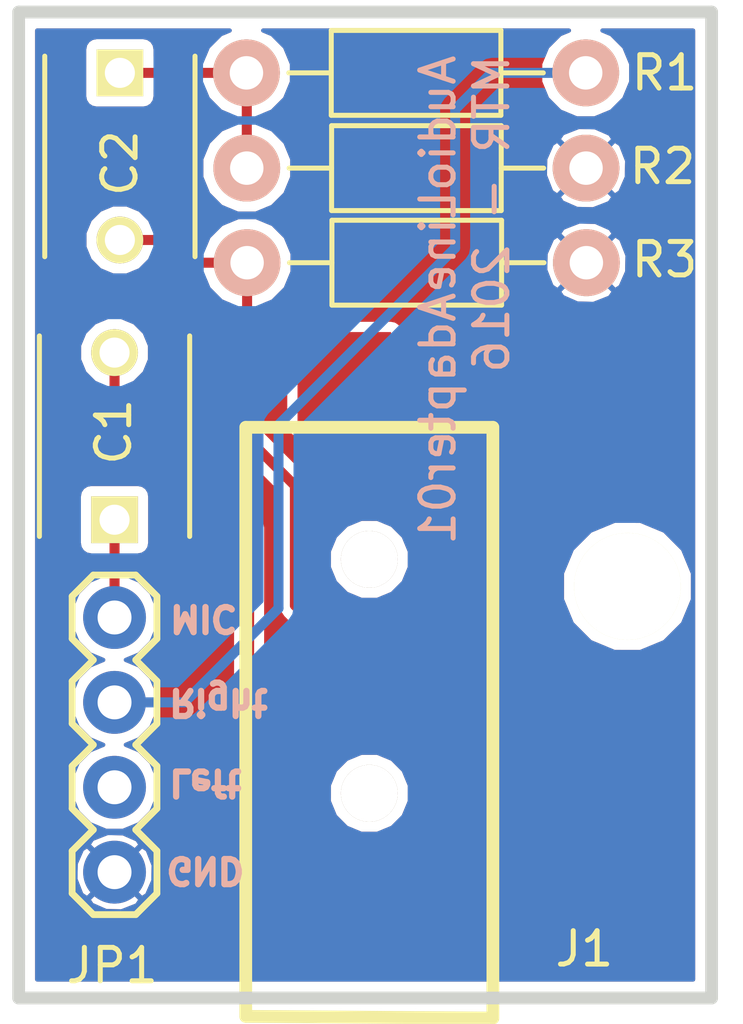
<source format=kicad_pcb>
(kicad_pcb (version 4) (host pcbnew 4.0.2-stable)

  (general
    (links 10)
    (no_connects 0)
    (area 90.795 112.765 115.047381 143.720501)
    (thickness 1.6002)
    (drawings 9)
    (tracks 29)
    (zones 0)
    (modules 8)
    (nets 7)
  )

  (page A4)
  (layers
    (0 Front signal)
    (31 Back signal)
    (32 B.Adhes user)
    (33 F.Adhes user)
    (34 B.Paste user)
    (35 F.Paste user)
    (36 B.SilkS user)
    (37 F.SilkS user)
    (38 B.Mask user)
    (39 F.Mask user)
    (40 Dwgs.User user)
    (41 Cmts.User user)
    (42 Eco1.User user)
    (43 Eco2.User user)
    (44 Edge.Cuts user)
  )

  (setup
    (last_trace_width 0.3)
    (user_trace_width 0.14986)
    (user_trace_width 0.17526)
    (user_trace_width 0.20066)
    (user_trace_width 0.22606)
    (user_trace_width 0.24892)
    (user_trace_width 0.39878)
    (user_trace_width 0.45)
    (user_trace_width 0.5)
    (trace_clearance 0.3)
    (zone_clearance 0.3)
    (zone_45_only yes)
    (trace_min 0.14986)
    (segment_width 0.381)
    (edge_width 0.381)
    (via_size 0.5588)
    (via_drill 0.254)
    (via_min_size 0.508)
    (via_min_drill 0.2032)
    (uvia_size 0.508)
    (uvia_drill 0.127)
    (uvias_allowed no)
    (uvia_min_size 0.508)
    (uvia_min_drill 0.127)
    (pcb_text_width 0.3048)
    (pcb_text_size 1.524 2.032)
    (mod_edge_width 0.15)
    (mod_text_size 0.5 0.5)
    (mod_text_width 0.125)
    (pad_size 3.2 3.2)
    (pad_drill 3.2)
    (pad_to_mask_clearance 0.125)
    (aux_axis_origin 92.4 142.78)
    (visible_elements 7FFEFF3F)
    (pcbplotparams
      (layerselection 0x010f8_80000001)
      (usegerberextensions true)
      (excludeedgelayer true)
      (linewidth 0.150000)
      (plotframeref false)
      (viasonmask false)
      (mode 1)
      (useauxorigin true)
      (hpglpennumber 1)
      (hpglpenspeed 20)
      (hpglpendiameter 15)
      (hpglpenoverlay 0)
      (psnegative false)
      (psa4output false)
      (plotreference true)
      (plotvalue false)
      (plotinvisibletext false)
      (padsonsilk true)
      (subtractmaskfromsilk true)
      (outputformat 1)
      (mirror false)
      (drillshape 0)
      (scaleselection 1)
      (outputdirectory AudioLineAdapter_gerbers))
  )

  (net 0 "")
  (net 1 GND)
  (net 2 "Net-(C1-Pad1)")
  (net 3 "Net-(C1-Pad2)")
  (net 4 "Net-(C2-Pad1)")
  (net 5 "Net-(C2-Pad2)")
  (net 6 "Net-(JP1-Pad2)")

  (net_class Default "This is the default net class."
    (clearance 0.3)
    (trace_width 0.3)
    (via_dia 0.5588)
    (via_drill 0.254)
    (uvia_dia 0.508)
    (uvia_drill 0.127)
    (add_net GND)
    (add_net "Net-(C1-Pad1)")
    (add_net "Net-(C1-Pad2)")
    (add_net "Net-(C2-Pad1)")
    (add_net "Net-(C2-Pad2)")
    (add_net "Net-(JP1-Pad2)")
  )

  (module Resistors_ThroughHole:Resistor_Horizontal_RM10mm (layer Front) (tedit 575236AE) (tstamp 5752362A)
    (at 99.31 114.95)
    (descr "Resistor, Axial,  RM 10mm, 1/3W")
    (tags "Resistor Axial RM 10mm 1/3W")
    (path /5750D4B7)
    (fp_text reference R1 (at 12.52 0) (layer F.SilkS)
      (effects (font (size 1 1) (thickness 0.15)))
    )
    (fp_text value 1.2k (at 5.08 3.81) (layer F.Fab)
      (effects (font (size 1 1) (thickness 0.15)))
    )
    (fp_line (start -1.25 -1.5) (end 11.4 -1.5) (layer F.CrtYd) (width 0.05))
    (fp_line (start -1.25 1.5) (end -1.25 -1.5) (layer F.CrtYd) (width 0.05))
    (fp_line (start 11.4 -1.5) (end 11.4 1.5) (layer F.CrtYd) (width 0.05))
    (fp_line (start -1.25 1.5) (end 11.4 1.5) (layer F.CrtYd) (width 0.05))
    (fp_line (start 2.54 -1.27) (end 7.62 -1.27) (layer F.SilkS) (width 0.15))
    (fp_line (start 7.62 -1.27) (end 7.62 1.27) (layer F.SilkS) (width 0.15))
    (fp_line (start 7.62 1.27) (end 2.54 1.27) (layer F.SilkS) (width 0.15))
    (fp_line (start 2.54 1.27) (end 2.54 -1.27) (layer F.SilkS) (width 0.15))
    (fp_line (start 2.54 0) (end 1.27 0) (layer F.SilkS) (width 0.15))
    (fp_line (start 7.62 0) (end 8.89 0) (layer F.SilkS) (width 0.15))
    (pad 1 thru_hole circle (at 0 0) (size 1.99898 1.99898) (drill 1.00076) (layers *.Cu *.SilkS *.Mask)
      (net 4 "Net-(C2-Pad1)"))
    (pad 2 thru_hole circle (at 10.16 0) (size 1.99898 1.99898) (drill 1.00076) (layers *.Cu *.SilkS *.Mask)
      (net 6 "Net-(JP1-Pad2)"))
    (model Resistors_ThroughHole.3dshapes/Resistor_Horizontal_RM10mm.wrl
      (at (xyz 0.2 0 0))
      (scale (xyz 0.4 0.4 0.4))
      (rotate (xyz 0 0 0))
    )
  )

  (module mogar_modules:SJ-43514-SMT-TR locked (layer Front) (tedit 575237E9) (tstamp 54B5B32C)
    (at 102.99 141.005 90)
    (path /524DB2B9)
    (fp_text reference J1 (at -0.155 6.44 180) (layer F.SilkS)
      (effects (font (size 1 1) (thickness 0.15)))
    )
    (fp_text value SJ-43514-SMT-TR (at 3.7 -1.25 90) (layer F.SilkS) hide
      (effects (font (size 0.5 0.5) (thickness 0.125)))
    )
    (fp_line (start 15.45 3.7) (end 15.45 -3.7) (layer F.SilkS) (width 0.381))
    (fp_line (start 15.45 -3.7) (end -2.175 -3.7) (layer F.SilkS) (width 0.381))
    (fp_line (start -2.175 -3.7) (end -2.225 3.7) (layer F.SilkS) (width 0.381))
    (fp_line (start -2.225 3.7) (end 15.45 3.7) (layer F.SilkS) (width 0.381))
    (pad 6 smd rect (at 2.5 -3.6 90) (size 2 2.8) (layers Front F.Paste F.Mask))
    (pad 3 smd rect (at 5.3 -3.6 90) (size 2 2.8) (layers Front F.Paste F.Mask)
      (net 3 "Net-(C1-Pad2)"))
    (pad 4 smd rect (at 3.4 3.6 90) (size 2.2 2.8) (layers Front F.Paste F.Mask)
      (net 1 GND))
    (pad 1 smd rect (at 0.6 3.6 90) (size 2.2 2.8) (layers Front F.Paste F.Mask)
      (net 5 "Net-(C2-Pad2)"))
    (pad 2 smd rect (at 12.8 3.6 90) (size 2.8 2.8) (layers Front F.Paste F.Mask))
    (pad 5 smd rect (at 16.9 -0.75 90) (size 2.8 2.8) (layers Front F.Paste F.Mask))
    (pad NC thru_hole circle (at 4.5 0 90) (size 1.7 1.7) (drill 1.7) (layers *.Cu *.Mask F.SilkS))
    (pad NC thru_hole circle (at 11.5 0 90) (size 1.7 1.7) (drill 1.7) (layers *.Cu *.Mask F.SilkS))
  )

  (module SparkFun:SparkFun-1X04 locked (layer Front) (tedit 575236E0) (tstamp 54B5B341)
    (at 95.36 131.245 270)
    (path /5276A211)
    (attr virtual)
    (fp_text reference JP1 (at 10.415 0.07 360) (layer F.SilkS)
      (effects (font (size 1 1) (thickness 0.15)))
    )
    (fp_text value M04PTH (at 2.54 2.54 270) (layer B.SilkS) hide
      (effects (font (size 0.5 0.5) (thickness 0.125)))
    )
    (fp_line (start 6.985 -1.27) (end 8.255 -1.27) (layer F.SilkS) (width 0.2032))
    (fp_line (start 8.255 -1.27) (end 8.89 -0.635) (layer F.SilkS) (width 0.2032))
    (fp_line (start 8.89 0.635) (end 8.255 1.27) (layer F.SilkS) (width 0.2032))
    (fp_line (start 3.81 -0.635) (end 4.445 -1.27) (layer F.SilkS) (width 0.2032))
    (fp_line (start 4.445 -1.27) (end 5.715 -1.27) (layer F.SilkS) (width 0.2032))
    (fp_line (start 5.715 -1.27) (end 6.35 -0.635) (layer F.SilkS) (width 0.2032))
    (fp_line (start 6.35 0.635) (end 5.715 1.27) (layer F.SilkS) (width 0.2032))
    (fp_line (start 5.715 1.27) (end 4.445 1.27) (layer F.SilkS) (width 0.2032))
    (fp_line (start 4.445 1.27) (end 3.81 0.635) (layer F.SilkS) (width 0.2032))
    (fp_line (start 6.985 -1.27) (end 6.35 -0.635) (layer F.SilkS) (width 0.2032))
    (fp_line (start 6.35 0.635) (end 6.985 1.27) (layer F.SilkS) (width 0.2032))
    (fp_line (start 8.255 1.27) (end 6.985 1.27) (layer F.SilkS) (width 0.2032))
    (fp_line (start -0.635 -1.27) (end 0.635 -1.27) (layer F.SilkS) (width 0.2032))
    (fp_line (start 0.635 -1.27) (end 1.27 -0.635) (layer F.SilkS) (width 0.2032))
    (fp_line (start 1.27 0.635) (end 0.635 1.27) (layer F.SilkS) (width 0.2032))
    (fp_line (start 1.27 -0.635) (end 1.905 -1.27) (layer F.SilkS) (width 0.2032))
    (fp_line (start 1.905 -1.27) (end 3.175 -1.27) (layer F.SilkS) (width 0.2032))
    (fp_line (start 3.175 -1.27) (end 3.81 -0.635) (layer F.SilkS) (width 0.2032))
    (fp_line (start 3.81 0.635) (end 3.175 1.27) (layer F.SilkS) (width 0.2032))
    (fp_line (start 3.175 1.27) (end 1.905 1.27) (layer F.SilkS) (width 0.2032))
    (fp_line (start 1.905 1.27) (end 1.27 0.635) (layer F.SilkS) (width 0.2032))
    (fp_line (start -1.27 -0.635) (end -1.27 0.635) (layer F.SilkS) (width 0.2032))
    (fp_line (start -0.635 -1.27) (end -1.27 -0.635) (layer F.SilkS) (width 0.2032))
    (fp_line (start -1.27 0.635) (end -0.635 1.27) (layer F.SilkS) (width 0.2032))
    (fp_line (start 0.635 1.27) (end -0.635 1.27) (layer F.SilkS) (width 0.2032))
    (fp_line (start 8.89 -0.635) (end 8.89 0.635) (layer F.SilkS) (width 0.2032))
    (pad 2 thru_hole circle (at 2.54 0 270) (size 1.8796 1.8796) (drill 1.016) (layers *.Cu *.Mask F.Paste)
      (net 6 "Net-(JP1-Pad2)"))
    (pad 3 thru_hole circle (at 5.08 0 270) (size 1.8796 1.8796) (drill 1.016) (layers *.Cu *.Mask F.Paste))
    (pad 4 thru_hole circle (at 7.62 0 270) (size 1.8796 1.8796) (drill 1.016) (layers *.Cu *.Mask F.Paste)
      (net 1 GND))
    (pad 1 thru_hole circle (at 0 0 270) (size 1.8796 1.8796) (drill 1.016) (layers *.Cu *.Mask F.Paste)
      (net 2 "Net-(C1-Pad1)"))
  )

  (module Resistors_ThroughHole:Resistor_Horizontal_RM10mm (layer Front) (tedit 575236B5) (tstamp 57523639)
    (at 109.48 117.8 180)
    (descr "Resistor, Axial,  RM 10mm, 1/3W")
    (tags "Resistor Axial RM 10mm 1/3W")
    (path /5750D3C4)
    (fp_text reference R2 (at -2.29 0.05 180) (layer F.SilkS)
      (effects (font (size 1 1) (thickness 0.15)))
    )
    (fp_text value 10k (at 5.08 3.81 180) (layer F.Fab)
      (effects (font (size 1 1) (thickness 0.15)))
    )
    (fp_line (start -1.25 -1.5) (end 11.4 -1.5) (layer F.CrtYd) (width 0.05))
    (fp_line (start -1.25 1.5) (end -1.25 -1.5) (layer F.CrtYd) (width 0.05))
    (fp_line (start 11.4 -1.5) (end 11.4 1.5) (layer F.CrtYd) (width 0.05))
    (fp_line (start -1.25 1.5) (end 11.4 1.5) (layer F.CrtYd) (width 0.05))
    (fp_line (start 2.54 -1.27) (end 7.62 -1.27) (layer F.SilkS) (width 0.15))
    (fp_line (start 7.62 -1.27) (end 7.62 1.27) (layer F.SilkS) (width 0.15))
    (fp_line (start 7.62 1.27) (end 2.54 1.27) (layer F.SilkS) (width 0.15))
    (fp_line (start 2.54 1.27) (end 2.54 -1.27) (layer F.SilkS) (width 0.15))
    (fp_line (start 2.54 0) (end 1.27 0) (layer F.SilkS) (width 0.15))
    (fp_line (start 7.62 0) (end 8.89 0) (layer F.SilkS) (width 0.15))
    (pad 1 thru_hole circle (at 0 0 180) (size 1.99898 1.99898) (drill 1.00076) (layers *.Cu *.SilkS *.Mask)
      (net 1 GND))
    (pad 2 thru_hole circle (at 10.16 0 180) (size 1.99898 1.99898) (drill 1.00076) (layers *.Cu *.SilkS *.Mask)
      (net 4 "Net-(C2-Pad1)"))
    (model Resistors_ThroughHole.3dshapes/Resistor_Horizontal_RM10mm.wrl
      (at (xyz 0.2 0 0))
      (scale (xyz 0.4 0.4 0.4))
      (rotate (xyz 0 0 0))
    )
  )

  (module Resistors_ThroughHole:Resistor_Horizontal_RM10mm (layer Front) (tedit 575236BB) (tstamp 57523648)
    (at 109.49 120.63 180)
    (descr "Resistor, Axial,  RM 10mm, 1/3W")
    (tags "Resistor Axial RM 10mm 1/3W")
    (path /54138EA9)
    (fp_text reference R3 (at -2.34 0.09 180) (layer F.SilkS)
      (effects (font (size 1 1) (thickness 0.15)))
    )
    (fp_text value 1.2k (at 5.08 3.81 180) (layer F.Fab)
      (effects (font (size 1 1) (thickness 0.15)))
    )
    (fp_line (start -1.25 -1.5) (end 11.4 -1.5) (layer F.CrtYd) (width 0.05))
    (fp_line (start -1.25 1.5) (end -1.25 -1.5) (layer F.CrtYd) (width 0.05))
    (fp_line (start 11.4 -1.5) (end 11.4 1.5) (layer F.CrtYd) (width 0.05))
    (fp_line (start -1.25 1.5) (end 11.4 1.5) (layer F.CrtYd) (width 0.05))
    (fp_line (start 2.54 -1.27) (end 7.62 -1.27) (layer F.SilkS) (width 0.15))
    (fp_line (start 7.62 -1.27) (end 7.62 1.27) (layer F.SilkS) (width 0.15))
    (fp_line (start 7.62 1.27) (end 2.54 1.27) (layer F.SilkS) (width 0.15))
    (fp_line (start 2.54 1.27) (end 2.54 -1.27) (layer F.SilkS) (width 0.15))
    (fp_line (start 2.54 0) (end 1.27 0) (layer F.SilkS) (width 0.15))
    (fp_line (start 7.62 0) (end 8.89 0) (layer F.SilkS) (width 0.15))
    (pad 1 thru_hole circle (at 0 0 180) (size 1.99898 1.99898) (drill 1.00076) (layers *.Cu *.SilkS *.Mask)
      (net 1 GND))
    (pad 2 thru_hole circle (at 10.16 0 180) (size 1.99898 1.99898) (drill 1.00076) (layers *.Cu *.SilkS *.Mask)
      (net 5 "Net-(C2-Pad2)"))
    (model Resistors_ThroughHole.3dshapes/Resistor_Horizontal_RM10mm.wrl
      (at (xyz 0.2 0 0))
      (scale (xyz 0.4 0.4 0.4))
      (rotate (xyz 0 0 0))
    )
  )

  (module Mounting_Holes:MountingHole_3.2mm_M3 (layer Front) (tedit 575236BF) (tstamp 575243D1)
    (at 110.72 130.315)
    (descr "Mounting Hole 3.2mm, no annular, M3")
    (tags "mounting hole 3.2mm no annular m3")
    (path /575237A4)
    (fp_text reference M1 (at 0 -4.2) (layer F.SilkS) hide
      (effects (font (size 1 1) (thickness 0.15)))
    )
    (fp_text value MOUNT_M3 (at 0 4.2) (layer F.Fab)
      (effects (font (size 1 1) (thickness 0.15)))
    )
    (fp_circle (center 0 0) (end 3.2 0) (layer Cmts.User) (width 0.15))
    (fp_circle (center 0 0) (end 3.45 0) (layer F.CrtYd) (width 0.05))
    (pad 1 np_thru_hole circle (at 0 0) (size 3.2 3.2) (drill 3.2) (layers *.Cu *.Mask F.SilkS))
  )

  (module Capacitors_ThroughHole:C_Disc_D6_P5 (layer Front) (tedit 57523C0E) (tstamp 575267EA)
    (at 95.36 128.32 90)
    (descr "Capacitor 6mm Disc, Pitch 5mm")
    (tags Capacitor)
    (path /54138EAF)
    (fp_text reference C1 (at 2.63 -0.03 90) (layer F.SilkS)
      (effects (font (size 1 1) (thickness 0.15)))
    )
    (fp_text value 0.01u (at 2.5 3.5 90) (layer F.Fab)
      (effects (font (size 1 1) (thickness 0.15)))
    )
    (fp_line (start -0.95 -2.5) (end 5.95 -2.5) (layer F.CrtYd) (width 0.05))
    (fp_line (start 5.95 -2.5) (end 5.95 2.5) (layer F.CrtYd) (width 0.05))
    (fp_line (start 5.95 2.5) (end -0.95 2.5) (layer F.CrtYd) (width 0.05))
    (fp_line (start -0.95 2.5) (end -0.95 -2.5) (layer F.CrtYd) (width 0.05))
    (fp_line (start -0.5 -2.25) (end 5.5 -2.25) (layer F.SilkS) (width 0.15))
    (fp_line (start 5.5 2.25) (end -0.5 2.25) (layer F.SilkS) (width 0.15))
    (pad 1 thru_hole rect (at 0 0 90) (size 1.4 1.4) (drill 0.9) (layers *.Cu *.Mask F.SilkS)
      (net 2 "Net-(C1-Pad1)"))
    (pad 2 thru_hole circle (at 5 0 90) (size 1.4 1.4) (drill 0.9) (layers *.Cu *.Mask F.SilkS)
      (net 3 "Net-(C1-Pad2)"))
    (model Capacitors_ThroughHole.3dshapes/C_Disc_D6_P5.wrl
      (at (xyz 0.0984252 0 0))
      (scale (xyz 1 1 1))
      (rotate (xyz 0 0 0))
    )
  )

  (module Capacitors_ThroughHole:C_Disc_D6_P5 (layer Front) (tedit 57523C13) (tstamp 575267F5)
    (at 95.52 114.95 270)
    (descr "Capacitor 6mm Disc, Pitch 5mm")
    (tags Capacitor)
    (path /5750D411)
    (fp_text reference C2 (at 2.7 0 450) (layer F.SilkS)
      (effects (font (size 1 1) (thickness 0.15)))
    )
    (fp_text value 0.01u (at 2.5 3.5 270) (layer F.Fab)
      (effects (font (size 1 1) (thickness 0.15)))
    )
    (fp_line (start -0.95 -2.5) (end 5.95 -2.5) (layer F.CrtYd) (width 0.05))
    (fp_line (start 5.95 -2.5) (end 5.95 2.5) (layer F.CrtYd) (width 0.05))
    (fp_line (start 5.95 2.5) (end -0.95 2.5) (layer F.CrtYd) (width 0.05))
    (fp_line (start -0.95 2.5) (end -0.95 -2.5) (layer F.CrtYd) (width 0.05))
    (fp_line (start -0.5 -2.25) (end 5.5 -2.25) (layer F.SilkS) (width 0.15))
    (fp_line (start 5.5 2.25) (end -0.5 2.25) (layer F.SilkS) (width 0.15))
    (pad 1 thru_hole rect (at 0 0 270) (size 1.4 1.4) (drill 0.9) (layers *.Cu *.Mask F.SilkS)
      (net 4 "Net-(C2-Pad1)"))
    (pad 2 thru_hole circle (at 5 0 270) (size 1.4 1.4) (drill 0.9) (layers *.Cu *.Mask F.SilkS)
      (net 5 "Net-(C2-Pad2)"))
    (model Capacitors_ThroughHole.3dshapes/C_Disc_D6_P5.wrl
      (at (xyz 0.0984252 0 0))
      (scale (xyz 1 1 1))
      (rotate (xyz 0 0 0))
    )
  )

  (gr_text GND (at 98.08 138.81 180) (layer B.SilkS)
    (effects (font (size 0.75 0.75) (thickness 0.1875)) (justify mirror))
  )
  (gr_text Left (at 98.08 136.19 180) (layer B.SilkS)
    (effects (font (size 0.75 0.75) (thickness 0.1875)) (justify mirror))
  )
  (gr_text Right (at 98.47 133.78 180) (layer B.SilkS)
    (effects (font (size 0.75 0.75) (thickness 0.1875)) (justify mirror))
  )
  (gr_text MIC (at 98.03 131.27 180) (layer B.SilkS)
    (effects (font (size 0.75 0.75) (thickness 0.1875)) (justify mirror))
  )
  (gr_line (start 92.49 113.13) (end 92.49 142.63) (angle 90) (layer Edge.Cuts) (width 0.381))
  (gr_line (start 113.24 113.13) (end 92.49 113.13) (angle 90) (layer Edge.Cuts) (width 0.381))
  (gr_line (start 113.24 142.63) (end 113.24 113.13) (angle 90) (layer Edge.Cuts) (width 0.381))
  (gr_line (start 92.49 142.63) (end 113.24 142.63) (angle 90) (layer Edge.Cuts) (width 0.381))
  (gr_text "AudioLineAdapter01\nMTR - 2016" (at 105.85 114.34 90) (layer B.SilkS)
    (effects (font (size 1 1) (thickness 0.15)) (justify left mirror))
  )

  (segment (start 95.36 128.32) (end 95.36 131.245) (width 0.3) (layer Front) (net 2))
  (segment (start 99.39 135.705) (end 99.39 128.55) (width 0.3) (layer Front) (net 3))
  (segment (start 95.36 124.52) (end 95.36 123.32) (width 0.3) (layer Front) (net 3) (tstamp 57526858))
  (segment (start 99.39 128.55) (end 95.36 124.52) (width 0.3) (layer Front) (net 3) (tstamp 57526856))
  (segment (start 95.52 114.95) (end 99.31 114.95) (width 0.3) (layer Front) (net 4))
  (segment (start 99.32 117.8) (end 99.32 114.96) (width 0.3) (layer Front) (net 4))
  (segment (start 99.32 114.96) (end 99.31 114.95) (width 0.3) (layer Front) (net 4) (tstamp 57524641))
  (segment (start 98.98 118.14) (end 99.32 117.8) (width 0.3) (layer Front) (net 4) (tstamp 5752463E))
  (segment (start 99.32 114.96) (end 99.31 114.95) (width 0.2032) (layer Front) (net 4) (tstamp 57524638))
  (segment (start 98.98 118.14) (end 99.32 117.8) (width 0.2032) (layer Front) (net 4) (tstamp 57524635))
  (segment (start 95.52 119.95) (end 97.01 119.95) (width 0.3) (layer Front) (net 5))
  (segment (start 97.69 120.63) (end 99.33 120.63) (width 0.3) (layer Front) (net 5) (tstamp 57526844))
  (segment (start 97.01 119.95) (end 97.69 120.63) (width 0.3) (layer Front) (net 5) (tstamp 57526843))
  (segment (start 100.76 127.3) (end 100.76 130.88) (width 0.3) (layer Front) (net 5) (tstamp 57524653))
  (segment (start 99.33 125.87) (end 100.76 127.3) (width 0.3) (layer Front) (net 5) (tstamp 57524652))
  (segment (start 100.76 130.88) (end 104.84 134.96) (width 0.3) (layer Front) (net 5) (tstamp 57524655))
  (segment (start 99.33 120.63) (end 99.33 125.87) (width 0.3) (layer Front) (net 5))
  (segment (start 109.115 140.405) (end 106.59 140.405) (width 0.3) (layer Front) (net 5) (tstamp 5752465E))
  (segment (start 109.82 139.7) (end 109.115 140.405) (width 0.3) (layer Front) (net 5) (tstamp 5752465D))
  (segment (start 109.82 136.42) (end 109.82 139.7) (width 0.3) (layer Front) (net 5) (tstamp 5752465B))
  (segment (start 108.36 134.96) (end 109.82 136.42) (width 0.3) (layer Front) (net 5) (tstamp 57524659))
  (segment (start 104.84 134.96) (end 108.36 134.96) (width 0.3) (layer Front) (net 5) (tstamp 57524657))
  (segment (start 95.36 133.785) (end 97.455 133.785) (width 0.3) (layer Back) (net 6))
  (segment (start 106.65 114.95) (end 109.47 114.95) (width 0.3) (layer Back) (net 6) (tstamp 5752466B))
  (segment (start 105.56 116.04) (end 106.65 114.95) (width 0.3) (layer Back) (net 6) (tstamp 5752466A))
  (segment (start 105.56 120.19) (end 105.56 116.04) (width 0.3) (layer Back) (net 6) (tstamp 57524668))
  (segment (start 100.27 125.48) (end 105.56 120.19) (width 0.3) (layer Back) (net 6) (tstamp 57524666))
  (segment (start 100.27 130.97) (end 100.27 125.48) (width 0.3) (layer Back) (net 6) (tstamp 57524664))
  (segment (start 97.455 133.785) (end 100.27 130.97) (width 0.3) (layer Back) (net 6) (tstamp 57524662))

  (zone (net 1) (net_name GND) (layer Back) (tstamp 5752466F) (hatch edge 0.508)
    (connect_pads (clearance 0.3))
    (min_thickness 0.125)
    (fill yes (arc_segments 16) (thermal_gap 0.165) (thermal_bridge_width 0.17))
    (polygon
      (pts
        (xy 91.99 112.77) (xy 113.73 112.77) (xy 113.73 143.11) (xy 91.93 143.11) (xy 91.93 140.32)
      )
    )
    (filled_polygon
      (pts
        (xy 98.539503 113.794688) (xy 98.156034 114.177487) (xy 97.948247 114.677895) (xy 97.947774 115.219728) (xy 98.154688 115.720497)
        (xy 98.537487 116.103966) (xy 99.037895 116.311753) (xy 99.579728 116.312226) (xy 100.080497 116.105312) (xy 100.463966 115.722513)
        (xy 100.671753 115.222105) (xy 100.672226 114.680272) (xy 100.465312 114.179503) (xy 100.082513 113.796034) (xy 99.810296 113.683)
        (xy 108.969808 113.683) (xy 108.699503 113.794688) (xy 108.316034 114.177487) (xy 108.208067 114.4375) (xy 106.65 114.4375)
        (xy 106.453875 114.476512) (xy 106.287608 114.587608) (xy 105.197608 115.677608) (xy 105.086512 115.843875) (xy 105.0475 116.04)
        (xy 105.0475 119.977716) (xy 99.907608 125.117608) (xy 99.796512 125.283875) (xy 99.7575 125.48) (xy 99.7575 130.757716)
        (xy 97.242716 133.2725) (xy 96.55733 133.2725) (xy 96.46468 133.04827) (xy 96.098657 132.681607) (xy 95.697025 132.514835)
        (xy 96.09673 132.34968) (xy 96.463393 131.983657) (xy 96.662074 131.50518) (xy 96.662526 130.987093) (xy 96.46468 130.50827)
        (xy 96.098657 130.141607) (xy 95.62018 129.942926) (xy 95.102093 129.942474) (xy 94.62327 130.14032) (xy 94.256607 130.506343)
        (xy 94.057926 130.98482) (xy 94.057474 131.502907) (xy 94.25532 131.98173) (xy 94.621343 132.348393) (xy 95.022975 132.515165)
        (xy 94.62327 132.68032) (xy 94.256607 133.046343) (xy 94.057926 133.52482) (xy 94.057474 134.042907) (xy 94.25532 134.52173)
        (xy 94.621343 134.888393) (xy 95.022975 135.055165) (xy 94.62327 135.22032) (xy 94.256607 135.586343) (xy 94.057926 136.06482)
        (xy 94.057474 136.582907) (xy 94.25532 137.06173) (xy 94.621343 137.428393) (xy 95.09982 137.627074) (xy 95.617907 137.627526)
        (xy 96.09673 137.42968) (xy 96.463393 137.063657) (xy 96.595659 136.745123) (xy 101.77729 136.745123) (xy 101.961493 137.190929)
        (xy 102.302277 137.532308) (xy 102.747761 137.717289) (xy 103.230123 137.71771) (xy 103.675929 137.533507) (xy 104.017308 137.192723)
        (xy 104.202289 136.747239) (xy 104.20271 136.264877) (xy 104.018507 135.819071) (xy 103.677723 135.477692) (xy 103.232239 135.292711)
        (xy 102.749877 135.29229) (xy 102.304071 135.476493) (xy 101.962692 135.817277) (xy 101.777711 136.262761) (xy 101.77729 136.745123)
        (xy 96.595659 136.745123) (xy 96.662074 136.58518) (xy 96.662526 136.067093) (xy 96.46468 135.58827) (xy 96.098657 135.221607)
        (xy 95.697025 135.054835) (xy 96.09673 134.88968) (xy 96.463393 134.523657) (xy 96.557302 134.2975) (xy 97.455 134.2975)
        (xy 97.651125 134.258488) (xy 97.817392 134.147392) (xy 100.632392 131.332392) (xy 100.743488 131.166125) (xy 100.7825 130.97)
        (xy 100.7825 129.745123) (xy 101.77729 129.745123) (xy 101.961493 130.190929) (xy 102.302277 130.532308) (xy 102.747761 130.717289)
        (xy 103.230123 130.71771) (xy 103.264143 130.703653) (xy 108.75716 130.703653) (xy 109.055303 131.425215) (xy 109.606881 131.977757)
        (xy 110.327922 132.277159) (xy 111.108653 132.27784) (xy 111.830215 131.979697) (xy 112.382757 131.428119) (xy 112.682159 130.707078)
        (xy 112.68284 129.926347) (xy 112.384697 129.204785) (xy 111.833119 128.652243) (xy 111.112078 128.352841) (xy 110.331347 128.35216)
        (xy 109.609785 128.650303) (xy 109.057243 129.201881) (xy 108.757841 129.922922) (xy 108.75716 130.703653) (xy 103.264143 130.703653)
        (xy 103.675929 130.533507) (xy 104.017308 130.192723) (xy 104.202289 129.747239) (xy 104.20271 129.264877) (xy 104.018507 128.819071)
        (xy 103.677723 128.477692) (xy 103.232239 128.292711) (xy 102.749877 128.29229) (xy 102.304071 128.476493) (xy 101.962692 128.817277)
        (xy 101.777711 129.262761) (xy 101.77729 129.745123) (xy 100.7825 129.745123) (xy 100.7825 125.692284) (xy 104.98463 121.490154)
        (xy 108.661666 121.490154) (xy 108.772986 121.655164) (xy 109.219879 121.851518) (xy 109.707895 121.861906) (xy 110.162739 121.684747)
        (xy 110.207014 121.655164) (xy 110.318334 121.490154) (xy 109.49 120.66182) (xy 108.661666 121.490154) (xy 104.98463 121.490154)
        (xy 105.626889 120.847895) (xy 108.258094 120.847895) (xy 108.435253 121.302739) (xy 108.464836 121.347014) (xy 108.629846 121.458334)
        (xy 109.45818 120.63) (xy 109.52182 120.63) (xy 110.350154 121.458334) (xy 110.515164 121.347014) (xy 110.711518 120.900121)
        (xy 110.721906 120.412105) (xy 110.544747 119.957261) (xy 110.515164 119.912986) (xy 110.350154 119.801666) (xy 109.52182 120.63)
        (xy 109.45818 120.63) (xy 108.629846 119.801666) (xy 108.464836 119.912986) (xy 108.268482 120.359879) (xy 108.258094 120.847895)
        (xy 105.626889 120.847895) (xy 105.922392 120.552392) (xy 106.033488 120.386125) (xy 106.0725 120.19) (xy 106.0725 119.769846)
        (xy 108.661666 119.769846) (xy 109.49 120.59818) (xy 110.318334 119.769846) (xy 110.207014 119.604836) (xy 109.760121 119.408482)
        (xy 109.272105 119.398094) (xy 108.817261 119.575253) (xy 108.772986 119.604836) (xy 108.661666 119.769846) (xy 106.0725 119.769846)
        (xy 106.0725 118.660154) (xy 108.651666 118.660154) (xy 108.762986 118.825164) (xy 109.209879 119.021518) (xy 109.697895 119.031906)
        (xy 110.152739 118.854747) (xy 110.197014 118.825164) (xy 110.308334 118.660154) (xy 109.48 117.83182) (xy 108.651666 118.660154)
        (xy 106.0725 118.660154) (xy 106.0725 118.017895) (xy 108.248094 118.017895) (xy 108.425253 118.472739) (xy 108.454836 118.517014)
        (xy 108.619846 118.628334) (xy 109.44818 117.8) (xy 109.51182 117.8) (xy 110.340154 118.628334) (xy 110.505164 118.517014)
        (xy 110.701518 118.070121) (xy 110.711906 117.582105) (xy 110.534747 117.127261) (xy 110.505164 117.082986) (xy 110.340154 116.971666)
        (xy 109.51182 117.8) (xy 109.44818 117.8) (xy 108.619846 116.971666) (xy 108.454836 117.082986) (xy 108.258482 117.529879)
        (xy 108.248094 118.017895) (xy 106.0725 118.017895) (xy 106.0725 116.939846) (xy 108.651666 116.939846) (xy 109.48 117.76818)
        (xy 110.308334 116.939846) (xy 110.197014 116.774836) (xy 109.750121 116.578482) (xy 109.262105 116.568094) (xy 108.807261 116.745253)
        (xy 108.762986 116.774836) (xy 108.651666 116.939846) (xy 106.0725 116.939846) (xy 106.0725 116.252284) (xy 106.862284 115.4625)
        (xy 108.208086 115.4625) (xy 108.314688 115.720497) (xy 108.697487 116.103966) (xy 109.197895 116.311753) (xy 109.739728 116.312226)
        (xy 110.240497 116.105312) (xy 110.623966 115.722513) (xy 110.831753 115.222105) (xy 110.832226 114.680272) (xy 110.625312 114.179503)
        (xy 110.242513 113.796034) (xy 109.970296 113.683) (xy 112.687 113.683) (xy 112.687 142.077) (xy 93.043 142.077)
        (xy 93.043 139.682112) (xy 94.574708 139.682112) (xy 94.678764 139.84092) (xy 95.104089 140.02733) (xy 95.568373 140.036786)
        (xy 96.000934 139.867849) (xy 96.041236 139.84092) (xy 96.145292 139.682112) (xy 95.36 138.89682) (xy 94.574708 139.682112)
        (xy 93.043 139.682112) (xy 93.043 139.073373) (xy 94.188214 139.073373) (xy 94.357151 139.505934) (xy 94.38408 139.546236)
        (xy 94.542888 139.650292) (xy 95.32818 138.865) (xy 95.39182 138.865) (xy 96.177112 139.650292) (xy 96.33592 139.546236)
        (xy 96.52233 139.120911) (xy 96.531786 138.656627) (xy 96.362849 138.224066) (xy 96.33592 138.183764) (xy 96.177112 138.079708)
        (xy 95.39182 138.865) (xy 95.32818 138.865) (xy 94.542888 138.079708) (xy 94.38408 138.183764) (xy 94.19767 138.609089)
        (xy 94.188214 139.073373) (xy 93.043 139.073373) (xy 93.043 138.047888) (xy 94.574708 138.047888) (xy 95.36 138.83318)
        (xy 96.145292 138.047888) (xy 96.041236 137.88908) (xy 95.615911 137.70267) (xy 95.151627 137.693214) (xy 94.719066 137.862151)
        (xy 94.678764 137.88908) (xy 94.574708 138.047888) (xy 93.043 138.047888) (xy 93.043 127.62) (xy 94.290399 127.62)
        (xy 94.290399 129.02) (xy 94.315676 129.154334) (xy 94.395067 129.277712) (xy 94.516205 129.360482) (xy 94.66 129.389601)
        (xy 96.06 129.389601) (xy 96.194334 129.364324) (xy 96.317712 129.284933) (xy 96.400482 129.163795) (xy 96.429601 129.02)
        (xy 96.429601 127.62) (xy 96.404324 127.485666) (xy 96.324933 127.362288) (xy 96.203795 127.279518) (xy 96.06 127.250399)
        (xy 94.66 127.250399) (xy 94.525666 127.275676) (xy 94.402288 127.355067) (xy 94.319518 127.476205) (xy 94.290399 127.62)
        (xy 93.043 127.62) (xy 93.043 123.530417) (xy 94.297316 123.530417) (xy 94.458731 123.921072) (xy 94.757356 124.220219)
        (xy 95.147728 124.382316) (xy 95.570417 124.382684) (xy 95.961072 124.221269) (xy 96.260219 123.922644) (xy 96.422316 123.532272)
        (xy 96.422684 123.109583) (xy 96.261269 122.718928) (xy 95.962644 122.419781) (xy 95.572272 122.257684) (xy 95.149583 122.257316)
        (xy 94.758928 122.418731) (xy 94.459781 122.717356) (xy 94.297684 123.107728) (xy 94.297316 123.530417) (xy 93.043 123.530417)
        (xy 93.043 120.160417) (xy 94.457316 120.160417) (xy 94.618731 120.551072) (xy 94.917356 120.850219) (xy 95.307728 121.012316)
        (xy 95.730417 121.012684) (xy 96.003792 120.899728) (xy 97.967774 120.899728) (xy 98.174688 121.400497) (xy 98.557487 121.783966)
        (xy 99.057895 121.991753) (xy 99.599728 121.992226) (xy 100.100497 121.785312) (xy 100.483966 121.402513) (xy 100.691753 120.902105)
        (xy 100.692226 120.360272) (xy 100.485312 119.859503) (xy 100.102513 119.476034) (xy 99.602105 119.268247) (xy 99.060272 119.267774)
        (xy 98.559503 119.474688) (xy 98.176034 119.857487) (xy 97.968247 120.357895) (xy 97.967774 120.899728) (xy 96.003792 120.899728)
        (xy 96.121072 120.851269) (xy 96.420219 120.552644) (xy 96.582316 120.162272) (xy 96.582684 119.739583) (xy 96.421269 119.348928)
        (xy 96.122644 119.049781) (xy 95.732272 118.887684) (xy 95.309583 118.887316) (xy 94.918928 119.048731) (xy 94.619781 119.347356)
        (xy 94.457684 119.737728) (xy 94.457316 120.160417) (xy 93.043 120.160417) (xy 93.043 118.069728) (xy 97.957774 118.069728)
        (xy 98.164688 118.570497) (xy 98.547487 118.953966) (xy 99.047895 119.161753) (xy 99.589728 119.162226) (xy 100.090497 118.955312)
        (xy 100.473966 118.572513) (xy 100.681753 118.072105) (xy 100.682226 117.530272) (xy 100.475312 117.029503) (xy 100.092513 116.646034)
        (xy 99.592105 116.438247) (xy 99.050272 116.437774) (xy 98.549503 116.644688) (xy 98.166034 117.027487) (xy 97.958247 117.527895)
        (xy 97.957774 118.069728) (xy 93.043 118.069728) (xy 93.043 114.25) (xy 94.450399 114.25) (xy 94.450399 115.65)
        (xy 94.475676 115.784334) (xy 94.555067 115.907712) (xy 94.676205 115.990482) (xy 94.82 116.019601) (xy 96.22 116.019601)
        (xy 96.354334 115.994324) (xy 96.477712 115.914933) (xy 96.560482 115.793795) (xy 96.589601 115.65) (xy 96.589601 114.25)
        (xy 96.564324 114.115666) (xy 96.484933 113.992288) (xy 96.363795 113.909518) (xy 96.22 113.880399) (xy 94.82 113.880399)
        (xy 94.685666 113.905676) (xy 94.562288 113.985067) (xy 94.479518 114.106205) (xy 94.450399 114.25) (xy 93.043 114.25)
        (xy 93.043 113.683) (xy 98.809808 113.683)
      )
    )
  )
  (zone (net 1) (net_name GND) (layer Front) (tstamp 5752466F) (hatch edge 0.508)
    (connect_pads (clearance 0.3))
    (min_thickness 0.125)
    (fill yes (arc_segments 16) (thermal_gap 0.165) (thermal_bridge_width 0.17))
    (polygon
      (pts
        (xy 91.99 112.77) (xy 113.73 112.77) (xy 113.73 143.11) (xy 91.93 143.11) (xy 91.93 140.32)
      )
    )
    (filled_polygon
      (pts
        (xy 98.539503 113.794688) (xy 98.156034 114.177487) (xy 98.048067 114.4375) (xy 96.589601 114.4375) (xy 96.589601 114.25)
        (xy 96.564324 114.115666) (xy 96.484933 113.992288) (xy 96.363795 113.909518) (xy 96.22 113.880399) (xy 94.82 113.880399)
        (xy 94.685666 113.905676) (xy 94.562288 113.985067) (xy 94.479518 114.106205) (xy 94.450399 114.25) (xy 94.450399 115.65)
        (xy 94.475676 115.784334) (xy 94.555067 115.907712) (xy 94.676205 115.990482) (xy 94.82 116.019601) (xy 96.22 116.019601)
        (xy 96.354334 115.994324) (xy 96.477712 115.914933) (xy 96.560482 115.793795) (xy 96.589601 115.65) (xy 96.589601 115.4625)
        (xy 98.048086 115.4625) (xy 98.154688 115.720497) (xy 98.537487 116.103966) (xy 98.8075 116.216085) (xy 98.8075 116.538086)
        (xy 98.549503 116.644688) (xy 98.166034 117.027487) (xy 97.958247 117.527895) (xy 97.957774 118.069728) (xy 98.164688 118.570497)
        (xy 98.547487 118.953966) (xy 99.047895 119.161753) (xy 99.589728 119.162226) (xy 100.090497 118.955312) (xy 100.386171 118.660154)
        (xy 108.651666 118.660154) (xy 108.762986 118.825164) (xy 109.209879 119.021518) (xy 109.697895 119.031906) (xy 110.152739 118.854747)
        (xy 110.197014 118.825164) (xy 110.308334 118.660154) (xy 109.48 117.83182) (xy 108.651666 118.660154) (xy 100.386171 118.660154)
        (xy 100.473966 118.572513) (xy 100.681753 118.072105) (xy 100.6818 118.017895) (xy 108.248094 118.017895) (xy 108.425253 118.472739)
        (xy 108.454836 118.517014) (xy 108.619846 118.628334) (xy 109.44818 117.8) (xy 109.51182 117.8) (xy 110.340154 118.628334)
        (xy 110.505164 118.517014) (xy 110.701518 118.070121) (xy 110.711906 117.582105) (xy 110.534747 117.127261) (xy 110.505164 117.082986)
        (xy 110.340154 116.971666) (xy 109.51182 117.8) (xy 109.44818 117.8) (xy 108.619846 116.971666) (xy 108.454836 117.082986)
        (xy 108.258482 117.529879) (xy 108.248094 118.017895) (xy 100.6818 118.017895) (xy 100.682226 117.530272) (xy 100.475312 117.029503)
        (xy 100.385812 116.939846) (xy 108.651666 116.939846) (xy 109.48 117.76818) (xy 110.308334 116.939846) (xy 110.197014 116.774836)
        (xy 109.750121 116.578482) (xy 109.262105 116.568094) (xy 108.807261 116.745253) (xy 108.762986 116.774836) (xy 108.651666 116.939846)
        (xy 100.385812 116.939846) (xy 100.092513 116.646034) (xy 99.8325 116.538067) (xy 99.8325 116.207783) (xy 100.080497 116.105312)
        (xy 100.463966 115.722513) (xy 100.671753 115.222105) (xy 100.672226 114.680272) (xy 100.465312 114.179503) (xy 100.082513 113.796034)
        (xy 99.810296 113.683) (xy 108.969808 113.683) (xy 108.699503 113.794688) (xy 108.316034 114.177487) (xy 108.108247 114.677895)
        (xy 108.107774 115.219728) (xy 108.314688 115.720497) (xy 108.697487 116.103966) (xy 109.197895 116.311753) (xy 109.739728 116.312226)
        (xy 110.240497 116.105312) (xy 110.623966 115.722513) (xy 110.831753 115.222105) (xy 110.832226 114.680272) (xy 110.625312 114.179503)
        (xy 110.242513 113.796034) (xy 109.970296 113.683) (xy 112.687 113.683) (xy 112.687 142.077) (xy 93.043 142.077)
        (xy 93.043 139.682112) (xy 94.574708 139.682112) (xy 94.678764 139.84092) (xy 95.104089 140.02733) (xy 95.568373 140.036786)
        (xy 96.000934 139.867849) (xy 96.041236 139.84092) (xy 96.145292 139.682112) (xy 95.36 138.89682) (xy 94.574708 139.682112)
        (xy 93.043 139.682112) (xy 93.043 139.073373) (xy 94.188214 139.073373) (xy 94.357151 139.505934) (xy 94.38408 139.546236)
        (xy 94.542888 139.650292) (xy 95.32818 138.865) (xy 95.39182 138.865) (xy 96.177112 139.650292) (xy 96.33592 139.546236)
        (xy 96.52233 139.120911) (xy 96.531786 138.656627) (xy 96.362849 138.224066) (xy 96.33592 138.183764) (xy 96.177112 138.079708)
        (xy 95.39182 138.865) (xy 95.32818 138.865) (xy 94.542888 138.079708) (xy 94.38408 138.183764) (xy 94.19767 138.609089)
        (xy 94.188214 139.073373) (xy 93.043 139.073373) (xy 93.043 138.047888) (xy 94.574708 138.047888) (xy 95.36 138.83318)
        (xy 96.145292 138.047888) (xy 96.041236 137.88908) (xy 95.615911 137.70267) (xy 95.151627 137.693214) (xy 94.719066 137.862151)
        (xy 94.678764 137.88908) (xy 94.574708 138.047888) (xy 93.043 138.047888) (xy 93.043 131.502907) (xy 94.057474 131.502907)
        (xy 94.25532 131.98173) (xy 94.621343 132.348393) (xy 95.022975 132.515165) (xy 94.62327 132.68032) (xy 94.256607 133.046343)
        (xy 94.057926 133.52482) (xy 94.057474 134.042907) (xy 94.25532 134.52173) (xy 94.621343 134.888393) (xy 95.022975 135.055165)
        (xy 94.62327 135.22032) (xy 94.256607 135.586343) (xy 94.057926 136.06482) (xy 94.057474 136.582907) (xy 94.25532 137.06173)
        (xy 94.621343 137.428393) (xy 95.09982 137.627074) (xy 95.617907 137.627526) (xy 95.914442 137.505) (xy 97.620399 137.505)
        (xy 97.620399 139.505) (xy 97.645676 139.639334) (xy 97.725067 139.762712) (xy 97.846205 139.845482) (xy 97.99 139.874601)
        (xy 100.79 139.874601) (xy 100.924334 139.849324) (xy 101.047712 139.769933) (xy 101.130482 139.648795) (xy 101.159601 139.505)
        (xy 101.159601 137.505) (xy 101.134324 137.370666) (xy 101.054933 137.247288) (xy 100.933795 137.164518) (xy 100.79 137.135399)
        (xy 97.99 137.135399) (xy 97.855666 137.160676) (xy 97.732288 137.240067) (xy 97.649518 137.361205) (xy 97.620399 137.505)
        (xy 95.914442 137.505) (xy 96.09673 137.42968) (xy 96.463393 137.063657) (xy 96.662074 136.58518) (xy 96.662526 136.067093)
        (xy 96.46468 135.58827) (xy 96.098657 135.221607) (xy 95.697025 135.054835) (xy 96.09673 134.88968) (xy 96.463393 134.523657)
        (xy 96.662074 134.04518) (xy 96.662526 133.527093) (xy 96.46468 133.04827) (xy 96.098657 132.681607) (xy 95.697025 132.514835)
        (xy 96.09673 132.34968) (xy 96.463393 131.983657) (xy 96.662074 131.50518) (xy 96.662526 130.987093) (xy 96.46468 130.50827)
        (xy 96.098657 130.141607) (xy 95.8725 130.047698) (xy 95.8725 129.389601) (xy 96.06 129.389601) (xy 96.194334 129.364324)
        (xy 96.317712 129.284933) (xy 96.400482 129.163795) (xy 96.429601 129.02) (xy 96.429601 127.62) (xy 96.404324 127.485666)
        (xy 96.324933 127.362288) (xy 96.203795 127.279518) (xy 96.06 127.250399) (xy 94.66 127.250399) (xy 94.525666 127.275676)
        (xy 94.402288 127.355067) (xy 94.319518 127.476205) (xy 94.290399 127.62) (xy 94.290399 129.02) (xy 94.315676 129.154334)
        (xy 94.395067 129.277712) (xy 94.516205 129.360482) (xy 94.66 129.389601) (xy 94.8475 129.389601) (xy 94.8475 130.04767)
        (xy 94.62327 130.14032) (xy 94.256607 130.506343) (xy 94.057926 130.98482) (xy 94.057474 131.502907) (xy 93.043 131.502907)
        (xy 93.043 123.530417) (xy 94.297316 123.530417) (xy 94.458731 123.921072) (xy 94.757356 124.220219) (xy 94.8475 124.25765)
        (xy 94.8475 124.52) (xy 94.886512 124.716125) (xy 94.997608 124.882392) (xy 98.8775 128.762284) (xy 98.8775 134.335399)
        (xy 97.99 134.335399) (xy 97.855666 134.360676) (xy 97.732288 134.440067) (xy 97.649518 134.561205) (xy 97.620399 134.705)
        (xy 97.620399 136.705) (xy 97.645676 136.839334) (xy 97.725067 136.962712) (xy 97.846205 137.045482) (xy 97.99 137.074601)
        (xy 100.79 137.074601) (xy 100.924334 137.049324) (xy 101.047712 136.969933) (xy 101.130482 136.848795) (xy 101.151475 136.745123)
        (xy 101.77729 136.745123) (xy 101.961493 137.190929) (xy 102.302277 137.532308) (xy 102.747761 137.717289) (xy 103.230123 137.71771)
        (xy 103.310799 137.684375) (xy 104.9625 137.684375) (xy 104.9625 138.750253) (xy 104.997135 138.833869) (xy 105.061132 138.897865)
        (xy 105.144748 138.9325) (xy 106.510625 138.9325) (xy 106.5675 138.875625) (xy 106.5675 137.6275) (xy 106.6125 137.6275)
        (xy 106.6125 138.875625) (xy 106.669375 138.9325) (xy 108.035252 138.9325) (xy 108.118868 138.897865) (xy 108.182865 138.833869)
        (xy 108.2175 138.750253) (xy 108.2175 137.684375) (xy 108.160625 137.6275) (xy 106.6125 137.6275) (xy 106.5675 137.6275)
        (xy 105.019375 137.6275) (xy 104.9625 137.684375) (xy 103.310799 137.684375) (xy 103.675929 137.533507) (xy 104.017308 137.192723)
        (xy 104.202289 136.747239) (xy 104.202539 136.459747) (xy 104.9625 136.459747) (xy 104.9625 137.525625) (xy 105.019375 137.5825)
        (xy 106.5675 137.5825) (xy 106.5675 136.334375) (xy 106.6125 136.334375) (xy 106.6125 137.5825) (xy 108.160625 137.5825)
        (xy 108.2175 137.525625) (xy 108.2175 136.459747) (xy 108.182865 136.376131) (xy 108.118868 136.312135) (xy 108.035252 136.2775)
        (xy 106.669375 136.2775) (xy 106.6125 136.334375) (xy 106.5675 136.334375) (xy 106.510625 136.2775) (xy 105.144748 136.2775)
        (xy 105.061132 136.312135) (xy 104.997135 136.376131) (xy 104.9625 136.459747) (xy 104.202539 136.459747) (xy 104.20271 136.264877)
        (xy 104.018507 135.819071) (xy 103.677723 135.477692) (xy 103.232239 135.292711) (xy 102.749877 135.29229) (xy 102.304071 135.476493)
        (xy 101.962692 135.817277) (xy 101.777711 136.262761) (xy 101.77729 136.745123) (xy 101.151475 136.745123) (xy 101.159601 136.705)
        (xy 101.159601 134.705) (xy 101.134324 134.570666) (xy 101.054933 134.447288) (xy 100.933795 134.364518) (xy 100.79 134.335399)
        (xy 99.9025 134.335399) (xy 99.9025 128.55) (xy 99.863488 128.353875) (xy 99.752392 128.187608) (xy 95.8725 124.307716)
        (xy 95.8725 124.257866) (xy 95.961072 124.221269) (xy 96.260219 123.922644) (xy 96.422316 123.532272) (xy 96.422684 123.109583)
        (xy 96.261269 122.718928) (xy 95.962644 122.419781) (xy 95.572272 122.257684) (xy 95.149583 122.257316) (xy 94.758928 122.418731)
        (xy 94.459781 122.717356) (xy 94.297684 123.107728) (xy 94.297316 123.530417) (xy 93.043 123.530417) (xy 93.043 120.160417)
        (xy 94.457316 120.160417) (xy 94.618731 120.551072) (xy 94.917356 120.850219) (xy 95.307728 121.012316) (xy 95.730417 121.012684)
        (xy 96.121072 120.851269) (xy 96.420219 120.552644) (xy 96.45765 120.4625) (xy 96.797716 120.4625) (xy 97.327608 120.992392)
        (xy 97.493875 121.103488) (xy 97.69 121.1425) (xy 98.068086 121.1425) (xy 98.174688 121.400497) (xy 98.557487 121.783966)
        (xy 98.8175 121.891933) (xy 98.8175 125.87) (xy 98.856512 126.066125) (xy 98.967608 126.232392) (xy 100.2475 127.512285)
        (xy 100.2475 130.88) (xy 100.286512 131.076125) (xy 100.397608 131.242392) (xy 104.477608 135.322392) (xy 104.643875 135.433488)
        (xy 104.84 135.4725) (xy 108.147716 135.4725) (xy 109.3075 136.632284) (xy 109.3075 139.487715) (xy 108.902716 139.8925)
        (xy 108.359601 139.8925) (xy 108.359601 139.305) (xy 108.334324 139.170666) (xy 108.254933 139.047288) (xy 108.133795 138.964518)
        (xy 107.99 138.935399) (xy 105.19 138.935399) (xy 105.055666 138.960676) (xy 104.932288 139.040067) (xy 104.849518 139.161205)
        (xy 104.820399 139.305) (xy 104.820399 141.505) (xy 104.845676 141.639334) (xy 104.925067 141.762712) (xy 105.046205 141.845482)
        (xy 105.19 141.874601) (xy 107.99 141.874601) (xy 108.124334 141.849324) (xy 108.247712 141.769933) (xy 108.330482 141.648795)
        (xy 108.359601 141.505) (xy 108.359601 140.9175) (xy 109.115 140.9175) (xy 109.311125 140.878488) (xy 109.477392 140.767392)
        (xy 110.182393 140.062392) (xy 110.293488 139.896125) (xy 110.3325 139.7) (xy 110.3325 136.42) (xy 110.293488 136.223875)
        (xy 110.182392 136.057608) (xy 108.722392 134.597608) (xy 108.556125 134.486512) (xy 108.36 134.4475) (xy 105.052284 134.4475)
        (xy 101.2725 130.667716) (xy 101.2725 129.745123) (xy 101.77729 129.745123) (xy 101.961493 130.190929) (xy 102.302277 130.532308)
        (xy 102.747761 130.717289) (xy 103.230123 130.71771) (xy 103.264143 130.703653) (xy 108.75716 130.703653) (xy 109.055303 131.425215)
        (xy 109.606881 131.977757) (xy 110.327922 132.277159) (xy 111.108653 132.27784) (xy 111.830215 131.979697) (xy 112.382757 131.428119)
        (xy 112.682159 130.707078) (xy 112.68284 129.926347) (xy 112.384697 129.204785) (xy 111.833119 128.652243) (xy 111.112078 128.352841)
        (xy 110.331347 128.35216) (xy 109.609785 128.650303) (xy 109.057243 129.201881) (xy 108.757841 129.922922) (xy 108.75716 130.703653)
        (xy 103.264143 130.703653) (xy 103.675929 130.533507) (xy 104.017308 130.192723) (xy 104.202289 129.747239) (xy 104.20271 129.264877)
        (xy 104.018507 128.819071) (xy 103.677723 128.477692) (xy 103.232239 128.292711) (xy 102.749877 128.29229) (xy 102.304071 128.476493)
        (xy 101.962692 128.817277) (xy 101.777711 129.262761) (xy 101.77729 129.745123) (xy 101.2725 129.745123) (xy 101.2725 127.3)
        (xy 101.233488 127.103875) (xy 101.233488 127.103874) (xy 101.122392 126.937607) (xy 100.989785 126.805) (xy 104.820399 126.805)
        (xy 104.820399 129.605) (xy 104.845676 129.739334) (xy 104.925067 129.862712) (xy 105.046205 129.945482) (xy 105.19 129.974601)
        (xy 107.99 129.974601) (xy 108.124334 129.949324) (xy 108.247712 129.869933) (xy 108.330482 129.748795) (xy 108.359601 129.605)
        (xy 108.359601 126.805) (xy 108.334324 126.670666) (xy 108.254933 126.547288) (xy 108.133795 126.464518) (xy 107.99 126.435399)
        (xy 105.19 126.435399) (xy 105.055666 126.460676) (xy 104.932288 126.540067) (xy 104.849518 126.661205) (xy 104.820399 126.805)
        (xy 100.989785 126.805) (xy 99.8425 125.657716) (xy 99.8425 122.705) (xy 100.470399 122.705) (xy 100.470399 125.505)
        (xy 100.495676 125.639334) (xy 100.575067 125.762712) (xy 100.696205 125.845482) (xy 100.84 125.874601) (xy 103.64 125.874601)
        (xy 103.774334 125.849324) (xy 103.897712 125.769933) (xy 103.980482 125.648795) (xy 104.009601 125.505) (xy 104.009601 122.705)
        (xy 103.984324 122.570666) (xy 103.904933 122.447288) (xy 103.783795 122.364518) (xy 103.64 122.335399) (xy 100.84 122.335399)
        (xy 100.705666 122.360676) (xy 100.582288 122.440067) (xy 100.499518 122.561205) (xy 100.470399 122.705) (xy 99.8425 122.705)
        (xy 99.8425 121.891914) (xy 100.100497 121.785312) (xy 100.396171 121.490154) (xy 108.661666 121.490154) (xy 108.772986 121.655164)
        (xy 109.219879 121.851518) (xy 109.707895 121.861906) (xy 110.162739 121.684747) (xy 110.207014 121.655164) (xy 110.318334 121.490154)
        (xy 109.49 120.66182) (xy 108.661666 121.490154) (xy 100.396171 121.490154) (xy 100.483966 121.402513) (xy 100.691753 120.902105)
        (xy 100.6918 120.847895) (xy 108.258094 120.847895) (xy 108.435253 121.302739) (xy 108.464836 121.347014) (xy 108.629846 121.458334)
        (xy 109.45818 120.63) (xy 109.52182 120.63) (xy 110.350154 121.458334) (xy 110.515164 121.347014) (xy 110.711518 120.900121)
        (xy 110.721906 120.412105) (xy 110.544747 119.957261) (xy 110.515164 119.912986) (xy 110.350154 119.801666) (xy 109.52182 120.63)
        (xy 109.45818 120.63) (xy 108.629846 119.801666) (xy 108.464836 119.912986) (xy 108.268482 120.359879) (xy 108.258094 120.847895)
        (xy 100.6918 120.847895) (xy 100.692226 120.360272) (xy 100.485312 119.859503) (xy 100.395812 119.769846) (xy 108.661666 119.769846)
        (xy 109.49 120.59818) (xy 110.318334 119.769846) (xy 110.207014 119.604836) (xy 109.760121 119.408482) (xy 109.272105 119.398094)
        (xy 108.817261 119.575253) (xy 108.772986 119.604836) (xy 108.661666 119.769846) (xy 100.395812 119.769846) (xy 100.102513 119.476034)
        (xy 99.602105 119.268247) (xy 99.060272 119.267774) (xy 98.559503 119.474688) (xy 98.176034 119.857487) (xy 98.068067 120.1175)
        (xy 97.902284 120.1175) (xy 97.372392 119.587608) (xy 97.206125 119.476512) (xy 97.01 119.4375) (xy 96.457866 119.4375)
        (xy 96.421269 119.348928) (xy 96.122644 119.049781) (xy 95.732272 118.887684) (xy 95.309583 118.887316) (xy 94.918928 119.048731)
        (xy 94.619781 119.347356) (xy 94.457684 119.737728) (xy 94.457316 120.160417) (xy 93.043 120.160417) (xy 93.043 113.683)
        (xy 98.809808 113.683)
      )
    )
  )
)

</source>
